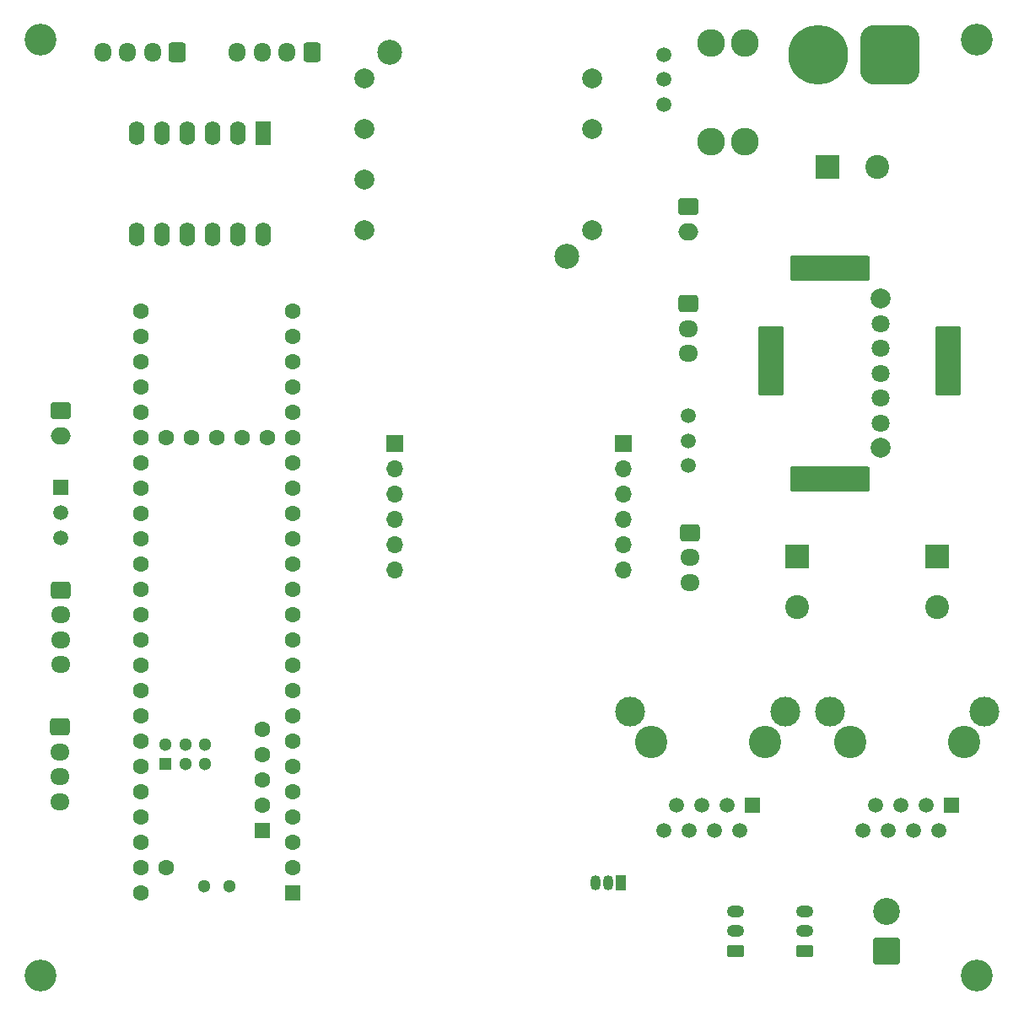
<source format=gbs>
G04 #@! TF.GenerationSoftware,KiCad,Pcbnew,8.0.7-8.0.7-0~ubuntu22.04.1*
G04 #@! TF.CreationDate,2025-02-10T08:16:07+09:00*
G04 #@! TF.ProjectId,CoRE2025MainBoard_1,436f5245-3230-4323-954d-61696e426f61,rev?*
G04 #@! TF.SameCoordinates,Original*
G04 #@! TF.FileFunction,Soldermask,Bot*
G04 #@! TF.FilePolarity,Negative*
%FSLAX46Y46*%
G04 Gerber Fmt 4.6, Leading zero omitted, Abs format (unit mm)*
G04 Created by KiCad (PCBNEW 8.0.7-8.0.7-0~ubuntu22.04.1) date 2025-02-10 08:16:07*
%MOMM*%
%LPD*%
G01*
G04 APERTURE LIST*
G04 Aperture macros list*
%AMRoundRect*
0 Rectangle with rounded corners*
0 $1 Rounding radius*
0 $2 $3 $4 $5 $6 $7 $8 $9 X,Y pos of 4 corners*
0 Add a 4 corners polygon primitive as box body*
4,1,4,$2,$3,$4,$5,$6,$7,$8,$9,$2,$3,0*
0 Add four circle primitives for the rounded corners*
1,1,$1+$1,$2,$3*
1,1,$1+$1,$4,$5*
1,1,$1+$1,$6,$7*
1,1,$1+$1,$8,$9*
0 Add four rect primitives between the rounded corners*
20,1,$1+$1,$2,$3,$4,$5,0*
20,1,$1+$1,$4,$5,$6,$7,0*
20,1,$1+$1,$6,$7,$8,$9,0*
20,1,$1+$1,$8,$9,$2,$3,0*%
G04 Aperture macros list end*
%ADD10C,2.780000*%
%ADD11R,1.700000X1.700000*%
%ADD12O,1.700000X1.700000*%
%ADD13R,2.400000X2.400000*%
%ADD14C,2.400000*%
%ADD15C,2.500000*%
%ADD16C,2.000000*%
%ADD17C,3.200000*%
%ADD18C,1.500000*%
%ADD19RoundRect,0.250000X-0.750000X0.600000X-0.750000X-0.600000X0.750000X-0.600000X0.750000X0.600000X0*%
%ADD20O,2.000000X1.700000*%
%ADD21RoundRect,0.250000X0.600000X0.725000X-0.600000X0.725000X-0.600000X-0.725000X0.600000X-0.725000X0*%
%ADD22O,1.700000X1.950000*%
%ADD23RoundRect,0.250000X-0.725000X0.600000X-0.725000X-0.600000X0.725000X-0.600000X0.725000X0.600000X0*%
%ADD24O,1.950000X1.700000*%
%ADD25RoundRect,0.250000X0.625000X-0.350000X0.625000X0.350000X-0.625000X0.350000X-0.625000X-0.350000X0*%
%ADD26O,1.750000X1.200000*%
%ADD27RoundRect,0.250001X1.099999X-1.099999X1.099999X1.099999X-1.099999X1.099999X-1.099999X-1.099999X0*%
%ADD28C,2.700000*%
%ADD29C,3.250000*%
%ADD30R,1.500000X1.500000*%
%ADD31C,3.000000*%
%ADD32RoundRect,1.500000X1.500000X1.500000X-1.500000X1.500000X-1.500000X-1.500000X1.500000X-1.500000X0*%
%ADD33C,6.000000*%
%ADD34R,1.600000X2.400000*%
%ADD35O,1.600000X2.400000*%
%ADD36C,1.800000*%
%ADD37RoundRect,0.208333X-3.791667X1.041667X-3.791667X-1.041667X3.791667X-1.041667X3.791667X1.041667X0*%
%ADD38RoundRect,0.208333X-1.041667X3.291667X-1.041667X-3.291667X1.041667X-3.291667X1.041667X3.291667X0*%
%ADD39R,1.050000X1.500000*%
%ADD40O,1.050000X1.500000*%
%ADD41R,1.600000X1.600000*%
%ADD42C,1.600000*%
%ADD43R,1.300000X1.300000*%
%ADD44C,1.300000*%
G04 APERTURE END LIST*
D10*
X173700000Y-53290000D03*
X170300000Y-53290000D03*
X173700000Y-63210000D03*
X170300000Y-63210000D03*
D11*
X138542500Y-93545000D03*
D12*
X138542500Y-96085000D03*
X138542500Y-98625000D03*
X138542500Y-101165000D03*
X138542500Y-103705000D03*
X138542500Y-106245000D03*
X161507500Y-106245000D03*
X161507500Y-103705000D03*
X161507500Y-101165000D03*
X161507500Y-98625000D03*
X161507500Y-96085000D03*
D11*
X161507500Y-93545000D03*
D13*
X193000000Y-104926041D03*
D14*
X193000000Y-109926041D03*
D15*
X155890000Y-74750000D03*
X138110000Y-54250000D03*
D16*
X158430000Y-72120000D03*
X158430000Y-61960000D03*
X158430000Y-56880000D03*
X135570000Y-56880000D03*
X135570000Y-61960000D03*
X135570000Y-67040000D03*
X135570000Y-72120000D03*
D17*
X197000000Y-147000000D03*
D18*
X168000000Y-95750000D03*
X168000000Y-93250000D03*
X168000000Y-90750000D03*
D19*
X105025000Y-90250000D03*
D20*
X105025000Y-92750000D03*
D21*
X116750000Y-54225000D03*
D22*
X114250000Y-54225000D03*
X111750000Y-54225000D03*
X109250000Y-54225000D03*
D21*
X130250000Y-54250000D03*
D22*
X127750000Y-54250000D03*
X125250000Y-54250000D03*
X122750000Y-54250000D03*
D23*
X168250000Y-102500000D03*
D24*
X168250000Y-105000000D03*
X168250000Y-107500000D03*
D25*
X179750000Y-144500000D03*
D26*
X179750000Y-142500000D03*
X179750000Y-140500000D03*
D27*
X187950000Y-144507500D03*
D28*
X187950000Y-140547500D03*
D19*
X168000000Y-69750000D03*
D20*
X168000000Y-72250000D03*
D29*
X175715000Y-123555000D03*
X164285000Y-123555000D03*
D30*
X174445000Y-129905000D03*
D18*
X173175000Y-132445000D03*
X171905000Y-129905000D03*
X170635000Y-132445000D03*
X169365000Y-129905000D03*
X168095000Y-132445000D03*
X166825000Y-129905000D03*
X165555000Y-132445000D03*
D31*
X177770000Y-120505000D03*
X162230000Y-120505000D03*
D29*
X195715000Y-123555000D03*
X184285000Y-123555000D03*
D30*
X194445000Y-129905000D03*
D18*
X193175000Y-132445000D03*
X191905000Y-129905000D03*
X190635000Y-132445000D03*
X189365000Y-129905000D03*
X188095000Y-132445000D03*
X186825000Y-129905000D03*
X185555000Y-132445000D03*
D31*
X197770000Y-120505000D03*
X182230000Y-120505000D03*
D23*
X105025000Y-108250000D03*
D24*
X105025000Y-110750000D03*
X105025000Y-113250000D03*
X105025000Y-115750000D03*
D32*
X188250000Y-54500000D03*
D33*
X181050000Y-54500000D03*
D17*
X197000000Y-53000000D03*
D34*
X125350000Y-62425000D03*
D35*
X122810000Y-62425000D03*
X120270000Y-62425000D03*
X117730000Y-62425000D03*
X115190000Y-62425000D03*
X112650000Y-62425000D03*
X112650000Y-72585000D03*
X115190000Y-72585000D03*
X117730000Y-72585000D03*
X120270000Y-72585000D03*
X122810000Y-72585000D03*
X125350000Y-72585000D03*
D17*
X103000000Y-147000000D03*
D23*
X105000000Y-122000000D03*
D24*
X105000000Y-124500000D03*
X105000000Y-127000000D03*
X105000000Y-129500000D03*
D18*
X165600000Y-59500000D03*
X165600000Y-57000000D03*
X165600000Y-54500000D03*
D23*
X168025000Y-79500000D03*
D24*
X168025000Y-82000000D03*
X168025000Y-84500000D03*
D13*
X182000000Y-65750000D03*
D14*
X187000000Y-65750000D03*
D16*
X187350000Y-79000000D03*
D36*
X187350000Y-81500000D03*
D37*
X182300000Y-75900000D03*
D36*
X187350000Y-84000000D03*
D38*
X194100000Y-85250000D03*
X176300000Y-85250000D03*
D36*
X187350000Y-86500000D03*
D37*
X182300000Y-97100000D03*
D36*
X187350000Y-89000000D03*
X187350000Y-91500000D03*
D16*
X187350000Y-94000000D03*
D39*
X161270000Y-137640000D03*
D40*
X160000000Y-137640000D03*
X158730000Y-137640000D03*
D30*
X105050000Y-97950000D03*
D18*
X105050000Y-100490000D03*
X105050000Y-103030000D03*
D13*
X179000000Y-104926041D03*
D14*
X179000000Y-109926041D03*
D25*
X172750000Y-144500000D03*
D26*
X172750000Y-142500000D03*
X172750000Y-140500000D03*
D17*
X103000001Y-53000001D03*
D41*
X128370000Y-138710000D03*
D42*
X128370000Y-136170000D03*
X128370000Y-133630000D03*
X128370000Y-131090000D03*
X128370000Y-128550000D03*
X128370000Y-126010000D03*
X128370000Y-123470000D03*
X128370000Y-120930000D03*
X128370000Y-118390000D03*
X128370000Y-115850000D03*
X128370000Y-113310000D03*
X128370000Y-110770000D03*
X128370000Y-108230000D03*
X128370000Y-105690000D03*
X128370000Y-103150000D03*
X128370000Y-100610000D03*
X128370000Y-98070000D03*
X128370000Y-95530000D03*
X128370000Y-92990000D03*
X128370000Y-90450000D03*
X128370000Y-87910000D03*
X128370000Y-85370000D03*
X128370000Y-82830000D03*
X128370000Y-80290000D03*
X113130000Y-80290000D03*
X113130000Y-82830000D03*
X113130000Y-85370000D03*
X113130000Y-87910000D03*
X113130000Y-90450000D03*
X113130000Y-92990000D03*
X113130000Y-95530000D03*
X113130000Y-98070000D03*
X113130000Y-100610000D03*
X113130000Y-103150000D03*
X113130000Y-105690000D03*
X113130000Y-108230000D03*
X113130000Y-110770000D03*
X113130000Y-113310000D03*
X113130000Y-115850000D03*
X113130000Y-118390000D03*
X113130000Y-120930000D03*
X113130000Y-123470000D03*
X113130000Y-126010000D03*
X113130000Y-128550000D03*
X113130000Y-131090000D03*
X113130000Y-133630000D03*
X113130000Y-136170000D03*
X113130000Y-138710000D03*
X115670000Y-136170000D03*
X125830000Y-92990000D03*
X123290000Y-92990000D03*
X120750000Y-92990000D03*
X118210000Y-92990000D03*
X115670000Y-92990000D03*
D41*
X125319200Y-132410800D03*
D42*
X125319200Y-129870800D03*
X125319200Y-127330800D03*
X125319200Y-124790800D03*
X125319200Y-122250800D03*
D43*
X115568400Y-125740000D03*
D44*
X117568400Y-125740000D03*
X119568400Y-125740000D03*
X119568400Y-123740000D03*
X117568400Y-123740000D03*
X115568400Y-123740000D03*
X119480000Y-137980000D03*
X122020000Y-137980000D03*
M02*

</source>
